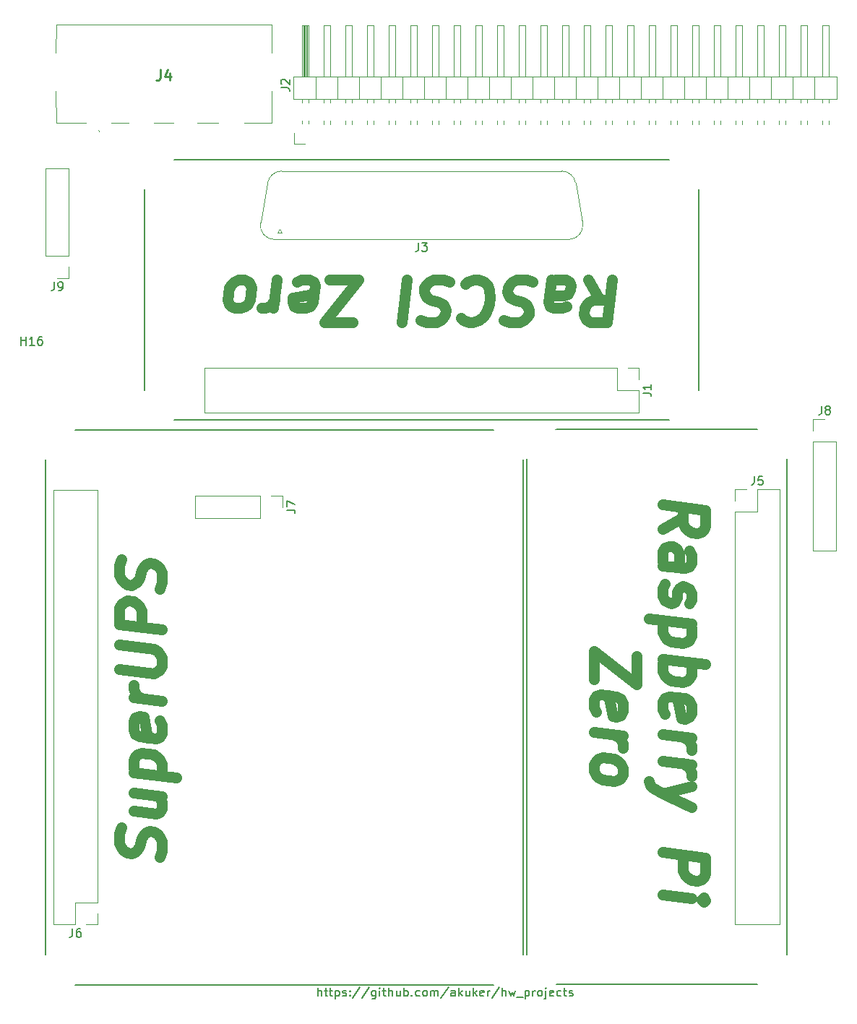
<source format=gbr>
%TF.GenerationSoftware,KiCad,Pcbnew,(6.0.5)*%
%TF.CreationDate,2022-06-02T22:48:02-05:00*%
%TF.ProjectId,rascsi_3p5_holder,72617363-7369-45f3-9370-355f686f6c64,rev?*%
%TF.SameCoordinates,Original*%
%TF.FileFunction,Legend,Top*%
%TF.FilePolarity,Positive*%
%FSLAX46Y46*%
G04 Gerber Fmt 4.6, Leading zero omitted, Abs format (unit mm)*
G04 Created by KiCad (PCBNEW (6.0.5)) date 2022-06-02 22:48:02*
%MOMM*%
%LPD*%
G01*
G04 APERTURE LIST*
%ADD10C,0.150000*%
%ADD11C,1.250000*%
%ADD12C,0.254000*%
%ADD13C,0.120000*%
%ADD14C,0.100000*%
G04 APERTURE END LIST*
D10*
X222135000Y-73865000D02*
X222135000Y-131865000D01*
X239200000Y-69220000D02*
X181200000Y-69220000D01*
X225870000Y-70300000D02*
X225870000Y-70300000D01*
X177700000Y-65720000D02*
X177700000Y-42220000D01*
X222520000Y-73800000D02*
X222520000Y-131800000D01*
X166135000Y-131865000D02*
X166135000Y-73865000D01*
X169635000Y-70365000D02*
X218635000Y-70365000D01*
X253020000Y-73800000D02*
X253020000Y-131800000D01*
X242700000Y-42220000D02*
X242700000Y-65720000D01*
X249520000Y-70300000D02*
X226020000Y-70300000D01*
X226020000Y-135300000D02*
X249520000Y-135300000D01*
X181200000Y-38720000D02*
X239200000Y-38720000D01*
X218635000Y-135365000D02*
X169635000Y-135365000D01*
D11*
X179523809Y-120386458D02*
X179761904Y-119701934D01*
X179761904Y-118511458D01*
X179523809Y-118005505D01*
X179285714Y-117737648D01*
X178809523Y-117440029D01*
X178333333Y-117380505D01*
X177857142Y-117559077D01*
X177619047Y-117767410D01*
X177380952Y-118213839D01*
X177142857Y-119136458D01*
X176904761Y-119582886D01*
X176666666Y-119791220D01*
X176190476Y-119969791D01*
X175714285Y-119910267D01*
X175238095Y-119612648D01*
X175000000Y-119344791D01*
X174761904Y-118838839D01*
X174761904Y-117648363D01*
X175000000Y-116963839D01*
X176428571Y-112856696D02*
X179761904Y-113273363D01*
X176428571Y-114999553D02*
X179047619Y-115326934D01*
X179523809Y-115148363D01*
X179761904Y-114701934D01*
X179761904Y-113987648D01*
X179523809Y-113481696D01*
X179285714Y-113213839D01*
X176428571Y-110475744D02*
X181428571Y-111100744D01*
X176666666Y-110505505D02*
X176428571Y-109999553D01*
X176428571Y-109047172D01*
X176666666Y-108600744D01*
X176904761Y-108392410D01*
X177380952Y-108213839D01*
X178809523Y-108392410D01*
X179285714Y-108690029D01*
X179523809Y-108957886D01*
X179761904Y-109463839D01*
X179761904Y-110416220D01*
X179523809Y-110862648D01*
X179523809Y-104434077D02*
X179761904Y-104940029D01*
X179761904Y-105892410D01*
X179523809Y-106338839D01*
X179047619Y-106517410D01*
X177142857Y-106279315D01*
X176666666Y-105981696D01*
X176428571Y-105475744D01*
X176428571Y-104523363D01*
X176666666Y-104076934D01*
X177142857Y-103898363D01*
X177619047Y-103957886D01*
X178095238Y-106398363D01*
X179761904Y-102082886D02*
X176428571Y-101666220D01*
X177380952Y-101785267D02*
X176904761Y-101487648D01*
X176666666Y-101219791D01*
X176428571Y-100713839D01*
X176428571Y-100237648D01*
X174761904Y-98362648D02*
X178809523Y-98868601D01*
X179285714Y-98690029D01*
X179523809Y-98481696D01*
X179761904Y-98035267D01*
X179761904Y-97082886D01*
X179523809Y-96576934D01*
X179285714Y-96309077D01*
X178809523Y-96011458D01*
X174761904Y-95505505D01*
X179761904Y-93749553D02*
X174761904Y-93124553D01*
X174761904Y-91219791D01*
X175000000Y-90773363D01*
X175238095Y-90565029D01*
X175714285Y-90386458D01*
X176428571Y-90475744D01*
X176904761Y-90773363D01*
X177142857Y-91041220D01*
X177380952Y-91547172D01*
X177380952Y-93451934D01*
X179523809Y-88957886D02*
X179761904Y-88273363D01*
X179761904Y-87082886D01*
X179523809Y-86576934D01*
X179285714Y-86309077D01*
X178809523Y-86011458D01*
X178333333Y-85951934D01*
X177857142Y-86130505D01*
X177619047Y-86338839D01*
X177380952Y-86785267D01*
X177142857Y-87707886D01*
X176904761Y-88154315D01*
X176666666Y-88362648D01*
X176190476Y-88541220D01*
X175714285Y-88481696D01*
X175238095Y-88184077D01*
X175000000Y-87916220D01*
X174761904Y-87410267D01*
X174761904Y-86219791D01*
X175000000Y-85535267D01*
X238463095Y-81971875D02*
X240844047Y-80602827D01*
X238463095Y-79114732D02*
X243463095Y-79739732D01*
X243463095Y-81644494D01*
X243225000Y-82090922D01*
X242986904Y-82299255D01*
X242510714Y-82477827D01*
X241796428Y-82388541D01*
X241320238Y-82090922D01*
X241082142Y-81823065D01*
X240844047Y-81317113D01*
X240844047Y-79412351D01*
X238463095Y-86257589D02*
X241082142Y-86584970D01*
X241558333Y-86406398D01*
X241796428Y-85959970D01*
X241796428Y-85007589D01*
X241558333Y-84501636D01*
X238701190Y-86287351D02*
X238463095Y-85781398D01*
X238463095Y-84590922D01*
X238701190Y-84144494D01*
X239177380Y-83965922D01*
X239653571Y-84025446D01*
X240129761Y-84323065D01*
X240367857Y-84829017D01*
X240367857Y-86019494D01*
X240605952Y-86525446D01*
X238701190Y-88430208D02*
X238463095Y-88876636D01*
X238463095Y-89829017D01*
X238701190Y-90334970D01*
X239177380Y-90632589D01*
X239415476Y-90662351D01*
X239891666Y-90483779D01*
X240129761Y-90037351D01*
X240129761Y-89323065D01*
X240367857Y-88876636D01*
X240844047Y-88698065D01*
X241082142Y-88727827D01*
X241558333Y-89025446D01*
X241796428Y-89531398D01*
X241796428Y-90245684D01*
X241558333Y-90692113D01*
X241796428Y-93102827D02*
X236796428Y-92477827D01*
X241558333Y-93073065D02*
X241796428Y-93579017D01*
X241796428Y-94531398D01*
X241558333Y-94977827D01*
X241320238Y-95186160D01*
X240844047Y-95364732D01*
X239415476Y-95186160D01*
X238939285Y-94888541D01*
X238701190Y-94620684D01*
X238463095Y-94114732D01*
X238463095Y-93162351D01*
X238701190Y-92715922D01*
X238463095Y-97209970D02*
X243463095Y-97834970D01*
X241558333Y-97596875D02*
X241796428Y-98102827D01*
X241796428Y-99055208D01*
X241558333Y-99501636D01*
X241320238Y-99709970D01*
X240844047Y-99888541D01*
X239415476Y-99709970D01*
X238939285Y-99412351D01*
X238701190Y-99144494D01*
X238463095Y-98638541D01*
X238463095Y-97686160D01*
X238701190Y-97239732D01*
X238701190Y-103668303D02*
X238463095Y-103162351D01*
X238463095Y-102209970D01*
X238701190Y-101763541D01*
X239177380Y-101584970D01*
X241082142Y-101823065D01*
X241558333Y-102120684D01*
X241796428Y-102626636D01*
X241796428Y-103579017D01*
X241558333Y-104025446D01*
X241082142Y-104204017D01*
X240605952Y-104144494D01*
X240129761Y-101704017D01*
X238463095Y-106019494D02*
X241796428Y-106436160D01*
X240844047Y-106317113D02*
X241320238Y-106614732D01*
X241558333Y-106882589D01*
X241796428Y-107388541D01*
X241796428Y-107864732D01*
X238463095Y-109114732D02*
X241796428Y-109531398D01*
X240844047Y-109412351D02*
X241320238Y-109709970D01*
X241558333Y-109977827D01*
X241796428Y-110483779D01*
X241796428Y-110959970D01*
X241796428Y-112150446D02*
X238463095Y-112924255D01*
X241796428Y-114531398D02*
X238463095Y-112924255D01*
X237272619Y-112299255D01*
X237034523Y-112031398D01*
X236796428Y-111525446D01*
X238463095Y-119829017D02*
X243463095Y-120454017D01*
X243463095Y-122358779D01*
X243225000Y-122805208D01*
X242986904Y-123013541D01*
X242510714Y-123192113D01*
X241796428Y-123102827D01*
X241320238Y-122805208D01*
X241082142Y-122537351D01*
X240844047Y-122031398D01*
X240844047Y-120126636D01*
X238463095Y-124829017D02*
X241796428Y-125245684D01*
X243463095Y-125454017D02*
X243225000Y-125186160D01*
X242986904Y-125394494D01*
X243225000Y-125662351D01*
X243463095Y-125454017D01*
X242986904Y-125394494D01*
X235413095Y-96882589D02*
X235413095Y-100215922D01*
X230413095Y-96257589D01*
X230413095Y-99590922D01*
X230651190Y-103430208D02*
X230413095Y-102924255D01*
X230413095Y-101971875D01*
X230651190Y-101525446D01*
X231127380Y-101346875D01*
X233032142Y-101584970D01*
X233508333Y-101882589D01*
X233746428Y-102388541D01*
X233746428Y-103340922D01*
X233508333Y-103787351D01*
X233032142Y-103965922D01*
X232555952Y-103906398D01*
X232079761Y-101465922D01*
X230413095Y-105781398D02*
X233746428Y-106198065D01*
X232794047Y-106079017D02*
X233270238Y-106376636D01*
X233508333Y-106644494D01*
X233746428Y-107150446D01*
X233746428Y-107626636D01*
X230413095Y-109590922D02*
X230651190Y-109144494D01*
X230889285Y-108936160D01*
X231365476Y-108757589D01*
X232794047Y-108936160D01*
X233270238Y-109233779D01*
X233508333Y-109501636D01*
X233746428Y-110007589D01*
X233746428Y-110721875D01*
X233508333Y-111168303D01*
X233270238Y-111376636D01*
X232794047Y-111555208D01*
X231365476Y-111376636D01*
X230889285Y-111079017D01*
X230651190Y-110811160D01*
X230413095Y-110305208D01*
X230413095Y-109590922D01*
X229678125Y-52758095D02*
X231047172Y-55139047D01*
X232535267Y-52758095D02*
X231910267Y-57758095D01*
X230005505Y-57758095D01*
X229559077Y-57520000D01*
X229350744Y-57281904D01*
X229172172Y-56805714D01*
X229261458Y-56091428D01*
X229559077Y-55615238D01*
X229826934Y-55377142D01*
X230332886Y-55139047D01*
X232237648Y-55139047D01*
X225392410Y-52758095D02*
X225065029Y-55377142D01*
X225243601Y-55853333D01*
X225690029Y-56091428D01*
X226642410Y-56091428D01*
X227148363Y-55853333D01*
X225362648Y-52996190D02*
X225868601Y-52758095D01*
X227059077Y-52758095D01*
X227505505Y-52996190D01*
X227684077Y-53472380D01*
X227624553Y-53948571D01*
X227326934Y-54424761D01*
X226820982Y-54662857D01*
X225630505Y-54662857D01*
X225124553Y-54900952D01*
X223219791Y-52996190D02*
X222535267Y-52758095D01*
X221344791Y-52758095D01*
X220838839Y-52996190D01*
X220570982Y-53234285D01*
X220273363Y-53710476D01*
X220213839Y-54186666D01*
X220392410Y-54662857D01*
X220600744Y-54900952D01*
X221047172Y-55139047D01*
X221969791Y-55377142D01*
X222416220Y-55615238D01*
X222624553Y-55853333D01*
X222803125Y-56329523D01*
X222743601Y-56805714D01*
X222445982Y-57281904D01*
X222178125Y-57520000D01*
X221672172Y-57758095D01*
X220481696Y-57758095D01*
X219797172Y-57520000D01*
X215332886Y-53234285D02*
X215600744Y-52996190D01*
X216344791Y-52758095D01*
X216820982Y-52758095D01*
X217505505Y-52996190D01*
X217922172Y-53472380D01*
X218100744Y-53948571D01*
X218219791Y-54900952D01*
X218130505Y-55615238D01*
X217773363Y-56567619D01*
X217475744Y-57043809D01*
X216940029Y-57520000D01*
X216195982Y-57758095D01*
X215719791Y-57758095D01*
X215035267Y-57520000D01*
X214826934Y-57281904D01*
X213457886Y-52996190D02*
X212773363Y-52758095D01*
X211582886Y-52758095D01*
X211076934Y-52996190D01*
X210809077Y-53234285D01*
X210511458Y-53710476D01*
X210451934Y-54186666D01*
X210630505Y-54662857D01*
X210838839Y-54900952D01*
X211285267Y-55139047D01*
X212207886Y-55377142D01*
X212654315Y-55615238D01*
X212862648Y-55853333D01*
X213041220Y-56329523D01*
X212981696Y-56805714D01*
X212684077Y-57281904D01*
X212416220Y-57520000D01*
X211910267Y-57758095D01*
X210719791Y-57758095D01*
X210035267Y-57520000D01*
X208487648Y-52758095D02*
X207862648Y-57758095D01*
X202148363Y-57758095D02*
X198815029Y-57758095D01*
X202773363Y-52758095D01*
X199440029Y-52758095D01*
X195600744Y-52996190D02*
X196106696Y-52758095D01*
X197059077Y-52758095D01*
X197505505Y-52996190D01*
X197684077Y-53472380D01*
X197445982Y-55377142D01*
X197148363Y-55853333D01*
X196642410Y-56091428D01*
X195690029Y-56091428D01*
X195243601Y-55853333D01*
X195065029Y-55377142D01*
X195124553Y-54900952D01*
X197565029Y-54424761D01*
X193249553Y-52758095D02*
X192832886Y-56091428D01*
X192951934Y-55139047D02*
X192654315Y-55615238D01*
X192386458Y-55853333D01*
X191880505Y-56091428D01*
X191404315Y-56091428D01*
X189440029Y-52758095D02*
X189886458Y-52996190D01*
X190094791Y-53234285D01*
X190273363Y-53710476D01*
X190094791Y-55139047D01*
X189797172Y-55615238D01*
X189529315Y-55853333D01*
X189023363Y-56091428D01*
X188309077Y-56091428D01*
X187862648Y-55853333D01*
X187654315Y-55615238D01*
X187475744Y-55139047D01*
X187654315Y-53710476D01*
X187951934Y-53234285D01*
X188219791Y-52996190D01*
X188725744Y-52758095D01*
X189440029Y-52758095D01*
D10*
X198045238Y-136702380D02*
X198045238Y-135702380D01*
X198473809Y-136702380D02*
X198473809Y-136178571D01*
X198426190Y-136083333D01*
X198330952Y-136035714D01*
X198188095Y-136035714D01*
X198092857Y-136083333D01*
X198045238Y-136130952D01*
X198807142Y-136035714D02*
X199188095Y-136035714D01*
X198950000Y-135702380D02*
X198950000Y-136559523D01*
X198997619Y-136654761D01*
X199092857Y-136702380D01*
X199188095Y-136702380D01*
X199378571Y-136035714D02*
X199759523Y-136035714D01*
X199521428Y-135702380D02*
X199521428Y-136559523D01*
X199569047Y-136654761D01*
X199664285Y-136702380D01*
X199759523Y-136702380D01*
X200092857Y-136035714D02*
X200092857Y-137035714D01*
X200092857Y-136083333D02*
X200188095Y-136035714D01*
X200378571Y-136035714D01*
X200473809Y-136083333D01*
X200521428Y-136130952D01*
X200569047Y-136226190D01*
X200569047Y-136511904D01*
X200521428Y-136607142D01*
X200473809Y-136654761D01*
X200378571Y-136702380D01*
X200188095Y-136702380D01*
X200092857Y-136654761D01*
X200950000Y-136654761D02*
X201045238Y-136702380D01*
X201235714Y-136702380D01*
X201330952Y-136654761D01*
X201378571Y-136559523D01*
X201378571Y-136511904D01*
X201330952Y-136416666D01*
X201235714Y-136369047D01*
X201092857Y-136369047D01*
X200997619Y-136321428D01*
X200950000Y-136226190D01*
X200950000Y-136178571D01*
X200997619Y-136083333D01*
X201092857Y-136035714D01*
X201235714Y-136035714D01*
X201330952Y-136083333D01*
X201807142Y-136607142D02*
X201854761Y-136654761D01*
X201807142Y-136702380D01*
X201759523Y-136654761D01*
X201807142Y-136607142D01*
X201807142Y-136702380D01*
X201807142Y-136083333D02*
X201854761Y-136130952D01*
X201807142Y-136178571D01*
X201759523Y-136130952D01*
X201807142Y-136083333D01*
X201807142Y-136178571D01*
X202997619Y-135654761D02*
X202140476Y-136940476D01*
X204045238Y-135654761D02*
X203188095Y-136940476D01*
X204807142Y-136035714D02*
X204807142Y-136845238D01*
X204759523Y-136940476D01*
X204711904Y-136988095D01*
X204616666Y-137035714D01*
X204473809Y-137035714D01*
X204378571Y-136988095D01*
X204807142Y-136654761D02*
X204711904Y-136702380D01*
X204521428Y-136702380D01*
X204426190Y-136654761D01*
X204378571Y-136607142D01*
X204330952Y-136511904D01*
X204330952Y-136226190D01*
X204378571Y-136130952D01*
X204426190Y-136083333D01*
X204521428Y-136035714D01*
X204711904Y-136035714D01*
X204807142Y-136083333D01*
X205283333Y-136702380D02*
X205283333Y-136035714D01*
X205283333Y-135702380D02*
X205235714Y-135750000D01*
X205283333Y-135797619D01*
X205330952Y-135750000D01*
X205283333Y-135702380D01*
X205283333Y-135797619D01*
X205616666Y-136035714D02*
X205997619Y-136035714D01*
X205759523Y-135702380D02*
X205759523Y-136559523D01*
X205807142Y-136654761D01*
X205902380Y-136702380D01*
X205997619Y-136702380D01*
X206330952Y-136702380D02*
X206330952Y-135702380D01*
X206759523Y-136702380D02*
X206759523Y-136178571D01*
X206711904Y-136083333D01*
X206616666Y-136035714D01*
X206473809Y-136035714D01*
X206378571Y-136083333D01*
X206330952Y-136130952D01*
X207664285Y-136035714D02*
X207664285Y-136702380D01*
X207235714Y-136035714D02*
X207235714Y-136559523D01*
X207283333Y-136654761D01*
X207378571Y-136702380D01*
X207521428Y-136702380D01*
X207616666Y-136654761D01*
X207664285Y-136607142D01*
X208140476Y-136702380D02*
X208140476Y-135702380D01*
X208140476Y-136083333D02*
X208235714Y-136035714D01*
X208426190Y-136035714D01*
X208521428Y-136083333D01*
X208569047Y-136130952D01*
X208616666Y-136226190D01*
X208616666Y-136511904D01*
X208569047Y-136607142D01*
X208521428Y-136654761D01*
X208426190Y-136702380D01*
X208235714Y-136702380D01*
X208140476Y-136654761D01*
X209045238Y-136607142D02*
X209092857Y-136654761D01*
X209045238Y-136702380D01*
X208997619Y-136654761D01*
X209045238Y-136607142D01*
X209045238Y-136702380D01*
X209950000Y-136654761D02*
X209854761Y-136702380D01*
X209664285Y-136702380D01*
X209569047Y-136654761D01*
X209521428Y-136607142D01*
X209473809Y-136511904D01*
X209473809Y-136226190D01*
X209521428Y-136130952D01*
X209569047Y-136083333D01*
X209664285Y-136035714D01*
X209854761Y-136035714D01*
X209950000Y-136083333D01*
X210521428Y-136702380D02*
X210426190Y-136654761D01*
X210378571Y-136607142D01*
X210330952Y-136511904D01*
X210330952Y-136226190D01*
X210378571Y-136130952D01*
X210426190Y-136083333D01*
X210521428Y-136035714D01*
X210664285Y-136035714D01*
X210759523Y-136083333D01*
X210807142Y-136130952D01*
X210854761Y-136226190D01*
X210854761Y-136511904D01*
X210807142Y-136607142D01*
X210759523Y-136654761D01*
X210664285Y-136702380D01*
X210521428Y-136702380D01*
X211283333Y-136702380D02*
X211283333Y-136035714D01*
X211283333Y-136130952D02*
X211330952Y-136083333D01*
X211426190Y-136035714D01*
X211569047Y-136035714D01*
X211664285Y-136083333D01*
X211711904Y-136178571D01*
X211711904Y-136702380D01*
X211711904Y-136178571D02*
X211759523Y-136083333D01*
X211854761Y-136035714D01*
X211997619Y-136035714D01*
X212092857Y-136083333D01*
X212140476Y-136178571D01*
X212140476Y-136702380D01*
X213330952Y-135654761D02*
X212473809Y-136940476D01*
X214092857Y-136702380D02*
X214092857Y-136178571D01*
X214045238Y-136083333D01*
X213950000Y-136035714D01*
X213759523Y-136035714D01*
X213664285Y-136083333D01*
X214092857Y-136654761D02*
X213997619Y-136702380D01*
X213759523Y-136702380D01*
X213664285Y-136654761D01*
X213616666Y-136559523D01*
X213616666Y-136464285D01*
X213664285Y-136369047D01*
X213759523Y-136321428D01*
X213997619Y-136321428D01*
X214092857Y-136273809D01*
X214569047Y-136702380D02*
X214569047Y-135702380D01*
X214664285Y-136321428D02*
X214950000Y-136702380D01*
X214950000Y-136035714D02*
X214569047Y-136416666D01*
X215807142Y-136035714D02*
X215807142Y-136702380D01*
X215378571Y-136035714D02*
X215378571Y-136559523D01*
X215426190Y-136654761D01*
X215521428Y-136702380D01*
X215664285Y-136702380D01*
X215759523Y-136654761D01*
X215807142Y-136607142D01*
X216283333Y-136702380D02*
X216283333Y-135702380D01*
X216378571Y-136321428D02*
X216664285Y-136702380D01*
X216664285Y-136035714D02*
X216283333Y-136416666D01*
X217473809Y-136654761D02*
X217378571Y-136702380D01*
X217188095Y-136702380D01*
X217092857Y-136654761D01*
X217045238Y-136559523D01*
X217045238Y-136178571D01*
X217092857Y-136083333D01*
X217188095Y-136035714D01*
X217378571Y-136035714D01*
X217473809Y-136083333D01*
X217521428Y-136178571D01*
X217521428Y-136273809D01*
X217045238Y-136369047D01*
X217950000Y-136702380D02*
X217950000Y-136035714D01*
X217950000Y-136226190D02*
X217997619Y-136130952D01*
X218045238Y-136083333D01*
X218140476Y-136035714D01*
X218235714Y-136035714D01*
X219283333Y-135654761D02*
X218426190Y-136940476D01*
X219616666Y-136702380D02*
X219616666Y-135702380D01*
X220045238Y-136702380D02*
X220045238Y-136178571D01*
X219997619Y-136083333D01*
X219902380Y-136035714D01*
X219759523Y-136035714D01*
X219664285Y-136083333D01*
X219616666Y-136130952D01*
X220426190Y-136035714D02*
X220616666Y-136702380D01*
X220807142Y-136226190D01*
X220997619Y-136702380D01*
X221188095Y-136035714D01*
X221330952Y-136797619D02*
X222092857Y-136797619D01*
X222330952Y-136035714D02*
X222330952Y-137035714D01*
X222330952Y-136083333D02*
X222426190Y-136035714D01*
X222616666Y-136035714D01*
X222711904Y-136083333D01*
X222759523Y-136130952D01*
X222807142Y-136226190D01*
X222807142Y-136511904D01*
X222759523Y-136607142D01*
X222711904Y-136654761D01*
X222616666Y-136702380D01*
X222426190Y-136702380D01*
X222330952Y-136654761D01*
X223235714Y-136702380D02*
X223235714Y-136035714D01*
X223235714Y-136226190D02*
X223283333Y-136130952D01*
X223330952Y-136083333D01*
X223426190Y-136035714D01*
X223521428Y-136035714D01*
X223997619Y-136702380D02*
X223902380Y-136654761D01*
X223854761Y-136607142D01*
X223807142Y-136511904D01*
X223807142Y-136226190D01*
X223854761Y-136130952D01*
X223902380Y-136083333D01*
X223997619Y-136035714D01*
X224140476Y-136035714D01*
X224235714Y-136083333D01*
X224283333Y-136130952D01*
X224330952Y-136226190D01*
X224330952Y-136511904D01*
X224283333Y-136607142D01*
X224235714Y-136654761D01*
X224140476Y-136702380D01*
X223997619Y-136702380D01*
X224759523Y-136035714D02*
X224759523Y-136892857D01*
X224711904Y-136988095D01*
X224616666Y-137035714D01*
X224569047Y-137035714D01*
X224759523Y-135702380D02*
X224711904Y-135750000D01*
X224759523Y-135797619D01*
X224807142Y-135750000D01*
X224759523Y-135702380D01*
X224759523Y-135797619D01*
X225616666Y-136654761D02*
X225521428Y-136702380D01*
X225330952Y-136702380D01*
X225235714Y-136654761D01*
X225188095Y-136559523D01*
X225188095Y-136178571D01*
X225235714Y-136083333D01*
X225330952Y-136035714D01*
X225521428Y-136035714D01*
X225616666Y-136083333D01*
X225664285Y-136178571D01*
X225664285Y-136273809D01*
X225188095Y-136369047D01*
X226521428Y-136654761D02*
X226426190Y-136702380D01*
X226235714Y-136702380D01*
X226140476Y-136654761D01*
X226092857Y-136607142D01*
X226045238Y-136511904D01*
X226045238Y-136226190D01*
X226092857Y-136130952D01*
X226140476Y-136083333D01*
X226235714Y-136035714D01*
X226426190Y-136035714D01*
X226521428Y-136083333D01*
X226807142Y-136035714D02*
X227188095Y-136035714D01*
X226950000Y-135702380D02*
X226950000Y-136559523D01*
X226997619Y-136654761D01*
X227092857Y-136702380D01*
X227188095Y-136702380D01*
X227473809Y-136654761D02*
X227569047Y-136702380D01*
X227759523Y-136702380D01*
X227854761Y-136654761D01*
X227902380Y-136559523D01*
X227902380Y-136511904D01*
X227854761Y-136416666D01*
X227759523Y-136369047D01*
X227616666Y-136369047D01*
X227521428Y-136321428D01*
X227473809Y-136226190D01*
X227473809Y-136178571D01*
X227521428Y-136083333D01*
X227616666Y-136035714D01*
X227759523Y-136035714D01*
X227854761Y-136083333D01*
%TO.C,J1*%
X236112380Y-66053333D02*
X236826666Y-66053333D01*
X236969523Y-66100952D01*
X237064761Y-66196190D01*
X237112380Y-66339047D01*
X237112380Y-66434285D01*
X237112380Y-65053333D02*
X237112380Y-65624761D01*
X237112380Y-65339047D02*
X236112380Y-65339047D01*
X236255238Y-65434285D01*
X236350476Y-65529523D01*
X236398095Y-65624761D01*
%TO.C,J8*%
X257066666Y-67572380D02*
X257066666Y-68286666D01*
X257019047Y-68429523D01*
X256923809Y-68524761D01*
X256780952Y-68572380D01*
X256685714Y-68572380D01*
X257685714Y-68000952D02*
X257590476Y-67953333D01*
X257542857Y-67905714D01*
X257495238Y-67810476D01*
X257495238Y-67762857D01*
X257542857Y-67667619D01*
X257590476Y-67620000D01*
X257685714Y-67572380D01*
X257876190Y-67572380D01*
X257971428Y-67620000D01*
X258019047Y-67667619D01*
X258066666Y-67762857D01*
X258066666Y-67810476D01*
X258019047Y-67905714D01*
X257971428Y-67953333D01*
X257876190Y-68000952D01*
X257685714Y-68000952D01*
X257590476Y-68048571D01*
X257542857Y-68096190D01*
X257495238Y-68191428D01*
X257495238Y-68381904D01*
X257542857Y-68477142D01*
X257590476Y-68524761D01*
X257685714Y-68572380D01*
X257876190Y-68572380D01*
X257971428Y-68524761D01*
X258019047Y-68477142D01*
X258066666Y-68381904D01*
X258066666Y-68191428D01*
X258019047Y-68096190D01*
X257971428Y-68048571D01*
X257876190Y-68000952D01*
D12*
%TO.C,J4*%
X179566666Y-28141523D02*
X179566666Y-29048666D01*
X179506190Y-29230095D01*
X179385238Y-29351047D01*
X179203809Y-29411523D01*
X179082857Y-29411523D01*
X180715714Y-28564857D02*
X180715714Y-29411523D01*
X180413333Y-28081047D02*
X180110952Y-28988190D01*
X180897142Y-28988190D01*
D10*
%TO.C,H16*%
X163261904Y-60432380D02*
X163261904Y-59432380D01*
X163261904Y-59908571D02*
X163833333Y-59908571D01*
X163833333Y-60432380D02*
X163833333Y-59432380D01*
X164833333Y-60432380D02*
X164261904Y-60432380D01*
X164547619Y-60432380D02*
X164547619Y-59432380D01*
X164452380Y-59575238D01*
X164357142Y-59670476D01*
X164261904Y-59718095D01*
X165690476Y-59432380D02*
X165500000Y-59432380D01*
X165404761Y-59480000D01*
X165357142Y-59527619D01*
X165261904Y-59670476D01*
X165214285Y-59860952D01*
X165214285Y-60241904D01*
X165261904Y-60337142D01*
X165309523Y-60384761D01*
X165404761Y-60432380D01*
X165595238Y-60432380D01*
X165690476Y-60384761D01*
X165738095Y-60337142D01*
X165785714Y-60241904D01*
X165785714Y-60003809D01*
X165738095Y-59908571D01*
X165690476Y-59860952D01*
X165595238Y-59813333D01*
X165404761Y-59813333D01*
X165309523Y-59860952D01*
X165261904Y-59908571D01*
X165214285Y-60003809D01*
%TO.C,J6*%
X169301666Y-128777380D02*
X169301666Y-129491666D01*
X169254047Y-129634523D01*
X169158809Y-129729761D01*
X169015952Y-129777380D01*
X168920714Y-129777380D01*
X170206428Y-128777380D02*
X170015952Y-128777380D01*
X169920714Y-128825000D01*
X169873095Y-128872619D01*
X169777857Y-129015476D01*
X169730238Y-129205952D01*
X169730238Y-129586904D01*
X169777857Y-129682142D01*
X169825476Y-129729761D01*
X169920714Y-129777380D01*
X170111190Y-129777380D01*
X170206428Y-129729761D01*
X170254047Y-129682142D01*
X170301666Y-129586904D01*
X170301666Y-129348809D01*
X170254047Y-129253571D01*
X170206428Y-129205952D01*
X170111190Y-129158333D01*
X169920714Y-129158333D01*
X169825476Y-129205952D01*
X169777857Y-129253571D01*
X169730238Y-129348809D01*
%TO.C,J9*%
X167166666Y-53032380D02*
X167166666Y-53746666D01*
X167119047Y-53889523D01*
X167023809Y-53984761D01*
X166880952Y-54032380D01*
X166785714Y-54032380D01*
X167690476Y-54032380D02*
X167880952Y-54032380D01*
X167976190Y-53984761D01*
X168023809Y-53937142D01*
X168119047Y-53794285D01*
X168166666Y-53603809D01*
X168166666Y-53222857D01*
X168119047Y-53127619D01*
X168071428Y-53080000D01*
X167976190Y-53032380D01*
X167785714Y-53032380D01*
X167690476Y-53080000D01*
X167642857Y-53127619D01*
X167595238Y-53222857D01*
X167595238Y-53460952D01*
X167642857Y-53556190D01*
X167690476Y-53603809D01*
X167785714Y-53651428D01*
X167976190Y-53651428D01*
X168071428Y-53603809D01*
X168119047Y-53556190D01*
X168166666Y-53460952D01*
%TO.C,J2*%
X193707380Y-30278333D02*
X194421666Y-30278333D01*
X194564523Y-30325952D01*
X194659761Y-30421190D01*
X194707380Y-30564047D01*
X194707380Y-30659285D01*
X193802619Y-29849761D02*
X193755000Y-29802142D01*
X193707380Y-29706904D01*
X193707380Y-29468809D01*
X193755000Y-29373571D01*
X193802619Y-29325952D01*
X193897857Y-29278333D01*
X193993095Y-29278333D01*
X194135952Y-29325952D01*
X194707380Y-29897380D01*
X194707380Y-29278333D01*
%TO.C,J5*%
X249186666Y-75792380D02*
X249186666Y-76506666D01*
X249139047Y-76649523D01*
X249043809Y-76744761D01*
X248900952Y-76792380D01*
X248805714Y-76792380D01*
X250139047Y-75792380D02*
X249662857Y-75792380D01*
X249615238Y-76268571D01*
X249662857Y-76220952D01*
X249758095Y-76173333D01*
X249996190Y-76173333D01*
X250091428Y-76220952D01*
X250139047Y-76268571D01*
X250186666Y-76363809D01*
X250186666Y-76601904D01*
X250139047Y-76697142D01*
X250091428Y-76744761D01*
X249996190Y-76792380D01*
X249758095Y-76792380D01*
X249662857Y-76744761D01*
X249615238Y-76697142D01*
%TO.C,J3*%
X209840346Y-48421180D02*
X209840346Y-49135466D01*
X209792727Y-49278323D01*
X209697489Y-49373561D01*
X209554632Y-49421180D01*
X209459394Y-49421180D01*
X210221299Y-48421180D02*
X210840346Y-48421180D01*
X210507013Y-48802133D01*
X210649870Y-48802133D01*
X210745108Y-48849752D01*
X210792727Y-48897371D01*
X210840346Y-48992609D01*
X210840346Y-49230704D01*
X210792727Y-49325942D01*
X210745108Y-49373561D01*
X210649870Y-49421180D01*
X210364156Y-49421180D01*
X210268918Y-49373561D01*
X210221299Y-49325942D01*
%TO.C,J7*%
X194367380Y-79738333D02*
X195081666Y-79738333D01*
X195224523Y-79785952D01*
X195319761Y-79881190D01*
X195367380Y-80024047D01*
X195367380Y-80119285D01*
X194367380Y-79357380D02*
X194367380Y-78690714D01*
X195367380Y-79119285D01*
D13*
%TO.C,J1*%
X235660000Y-63120000D02*
X235660000Y-64450000D01*
X233060000Y-63120000D02*
X233060000Y-65720000D01*
X235660000Y-65720000D02*
X235660000Y-68320000D01*
X233060000Y-63120000D02*
X184740000Y-63120000D01*
X184740000Y-63120000D02*
X184740000Y-68320000D01*
X234330000Y-63120000D02*
X235660000Y-63120000D01*
X233060000Y-65720000D02*
X235660000Y-65720000D01*
X235660000Y-68320000D02*
X184740000Y-68320000D01*
%TO.C,J8*%
X256070000Y-84480000D02*
X258730000Y-84480000D01*
X258730000Y-71720000D02*
X258730000Y-84480000D01*
X256070000Y-70450000D02*
X256070000Y-69120000D01*
X256070000Y-71720000D02*
X256070000Y-84480000D01*
X256070000Y-71720000D02*
X258730000Y-71720000D01*
X256070000Y-69120000D02*
X257400000Y-69120000D01*
D14*
%TO.C,J4*%
X172370000Y-35400000D02*
X172370000Y-35400000D01*
X186370000Y-34400000D02*
X183870000Y-34400000D01*
X167370000Y-22900000D02*
X167340000Y-26150000D01*
X172370000Y-35300000D02*
X172370000Y-35300000D01*
X189370000Y-34400000D02*
X192640000Y-34400000D01*
X192640000Y-34400000D02*
X192640000Y-30650000D01*
X175870000Y-34400000D02*
X173870000Y-34400000D01*
X181120000Y-34400000D02*
X178870000Y-34400000D01*
X170870000Y-34400000D02*
X167370000Y-34400000D01*
X167370000Y-34400000D02*
X167340000Y-30650000D01*
X192640000Y-26150000D02*
X192640000Y-22900000D01*
X192640000Y-22900000D02*
X167370000Y-22900000D01*
X172370000Y-35400000D02*
G75*
G03*
X172370000Y-35300000I0J50000D01*
G01*
X172370000Y-35300000D02*
G75*
G03*
X172370000Y-35400000I0J-50000D01*
G01*
D13*
%TO.C,J6*%
X172235000Y-128325000D02*
X170905000Y-128325000D01*
X172235000Y-125725000D02*
X169635000Y-125725000D01*
X169635000Y-125725000D02*
X169635000Y-128325000D01*
X167035000Y-128325000D02*
X167035000Y-77405000D01*
X172235000Y-126995000D02*
X172235000Y-128325000D01*
X172235000Y-125725000D02*
X172235000Y-77405000D01*
X172235000Y-77405000D02*
X167035000Y-77405000D01*
X169635000Y-128325000D02*
X167035000Y-128325000D01*
%TO.C,J9*%
X168830000Y-51250000D02*
X168830000Y-52580000D01*
X168830000Y-52580000D02*
X167500000Y-52580000D01*
X166170000Y-49980000D02*
X166170000Y-39760000D01*
X168830000Y-49980000D02*
X166170000Y-49980000D01*
X168830000Y-39760000D02*
X166170000Y-39760000D01*
X168830000Y-49980000D02*
X168830000Y-39760000D01*
%TO.C,J2*%
X245165000Y-34557071D02*
X245165000Y-34102929D01*
X221545000Y-22960000D02*
X222305000Y-22960000D01*
X255325000Y-32017071D02*
X255325000Y-31620000D01*
X222305000Y-32017071D02*
X222305000Y-31620000D01*
X255325000Y-34557071D02*
X255325000Y-34102929D01*
X258815000Y-31620000D02*
X258815000Y-28960000D01*
X224085000Y-32017071D02*
X224085000Y-31620000D01*
X224085000Y-34557071D02*
X224085000Y-34102929D01*
X218115000Y-31620000D02*
X218115000Y-28960000D01*
X196565000Y-28960000D02*
X196565000Y-22960000D01*
X252025000Y-32017071D02*
X252025000Y-31620000D01*
X219765000Y-22960000D02*
X219765000Y-28960000D01*
X221545000Y-32017071D02*
X221545000Y-31620000D01*
X198685000Y-22960000D02*
X199445000Y-22960000D01*
X226625000Y-32017071D02*
X226625000Y-31620000D01*
X257105000Y-32017071D02*
X257105000Y-31620000D01*
X231705000Y-32017071D02*
X231705000Y-31620000D01*
X229165000Y-22960000D02*
X229925000Y-22960000D01*
X219005000Y-32017071D02*
X219005000Y-31620000D01*
X208845000Y-32017071D02*
X208845000Y-31620000D01*
X219765000Y-32017071D02*
X219765000Y-31620000D01*
X197795000Y-31620000D02*
X197795000Y-28960000D01*
X203765000Y-28960000D02*
X203765000Y-22960000D01*
X212145000Y-22960000D02*
X212145000Y-28960000D01*
X205415000Y-31620000D02*
X205415000Y-28960000D01*
X237545000Y-22960000D02*
X237545000Y-28960000D01*
X200335000Y-31620000D02*
X200335000Y-28960000D01*
X212145000Y-32017071D02*
X212145000Y-31620000D01*
X222305000Y-34557071D02*
X222305000Y-34102929D01*
X214685000Y-22960000D02*
X214685000Y-28960000D01*
X252785000Y-32017071D02*
X252785000Y-31620000D01*
X222305000Y-22960000D02*
X222305000Y-28960000D01*
X257105000Y-34557071D02*
X257105000Y-34102929D01*
X207065000Y-22960000D02*
X207065000Y-28960000D01*
X245165000Y-32017071D02*
X245165000Y-31620000D01*
X231705000Y-22960000D02*
X232465000Y-22960000D01*
X202875000Y-31620000D02*
X202875000Y-28960000D01*
X227385000Y-32017071D02*
X227385000Y-31620000D01*
X199445000Y-34557071D02*
X199445000Y-34102929D01*
X209605000Y-22960000D02*
X209605000Y-28960000D01*
X230815000Y-31620000D02*
X230815000Y-28960000D01*
X209605000Y-32017071D02*
X209605000Y-31620000D01*
X208845000Y-28960000D02*
X208845000Y-22960000D01*
X235005000Y-22960000D02*
X235005000Y-28960000D01*
X245165000Y-22960000D02*
X245165000Y-28960000D01*
X241865000Y-34557071D02*
X241865000Y-34102929D01*
X229925000Y-22960000D02*
X229925000Y-28960000D01*
X235895000Y-31620000D02*
X235895000Y-28960000D01*
X249485000Y-34557071D02*
X249485000Y-34102929D01*
X204525000Y-22960000D02*
X204525000Y-28960000D01*
X250245000Y-32017071D02*
X250245000Y-31620000D01*
X254565000Y-32017071D02*
X254565000Y-31620000D01*
X239325000Y-32017071D02*
X239325000Y-31620000D01*
X206305000Y-34557071D02*
X206305000Y-34102929D01*
X257105000Y-28960000D02*
X257105000Y-22960000D01*
X219005000Y-34557071D02*
X219005000Y-34102929D01*
X195195000Y-31620000D02*
X258815000Y-31620000D01*
X196685000Y-28960000D02*
X196685000Y-22960000D01*
X254565000Y-34557071D02*
X254565000Y-34102929D01*
X213925000Y-28960000D02*
X213925000Y-22960000D01*
X232465000Y-22960000D02*
X232465000Y-28960000D01*
X249485000Y-22960000D02*
X250245000Y-22960000D01*
X219005000Y-28960000D02*
X219005000Y-22960000D01*
X247705000Y-34557071D02*
X247705000Y-34102929D01*
X237545000Y-32017071D02*
X237545000Y-31620000D01*
X228275000Y-31620000D02*
X228275000Y-28960000D01*
X258815000Y-28960000D02*
X195195000Y-28960000D01*
X232465000Y-32017071D02*
X232465000Y-31620000D01*
X249485000Y-32017071D02*
X249485000Y-31620000D01*
X201985000Y-34557071D02*
X201985000Y-34102929D01*
X232465000Y-34557071D02*
X232465000Y-34102929D01*
X252025000Y-28960000D02*
X252025000Y-22960000D01*
X239325000Y-22960000D02*
X240085000Y-22960000D01*
X195255000Y-36870000D02*
X195255000Y-35600000D01*
X195195000Y-28960000D02*
X195195000Y-31620000D01*
X229925000Y-32017071D02*
X229925000Y-31620000D01*
X246945000Y-22960000D02*
X247705000Y-22960000D01*
X236785000Y-34557071D02*
X236785000Y-34102929D01*
X255325000Y-22960000D02*
X255325000Y-28960000D01*
X241865000Y-32017071D02*
X241865000Y-31620000D01*
X229165000Y-28960000D02*
X229165000Y-22960000D01*
X244405000Y-22960000D02*
X245165000Y-22960000D01*
X252785000Y-34557071D02*
X252785000Y-34102929D01*
X216465000Y-28960000D02*
X216465000Y-22960000D01*
X257865000Y-22960000D02*
X257865000Y-28960000D01*
X231705000Y-34557071D02*
X231705000Y-34102929D01*
X224845000Y-32017071D02*
X224845000Y-31620000D01*
X210495000Y-31620000D02*
X210495000Y-28960000D01*
X243515000Y-31620000D02*
X243515000Y-28960000D01*
X199445000Y-22960000D02*
X199445000Y-28960000D01*
X239325000Y-34557071D02*
X239325000Y-34102929D01*
X196145000Y-32017071D02*
X196145000Y-31620000D01*
X196325000Y-28960000D02*
X196325000Y-22960000D01*
X196905000Y-22960000D02*
X196905000Y-28960000D01*
X240085000Y-22960000D02*
X240085000Y-28960000D01*
X217225000Y-34557071D02*
X217225000Y-34102929D01*
X219005000Y-22960000D02*
X219765000Y-22960000D01*
X238435000Y-31620000D02*
X238435000Y-28960000D01*
X214685000Y-32017071D02*
X214685000Y-31620000D01*
X213925000Y-34557071D02*
X213925000Y-34102929D01*
X198685000Y-34557071D02*
X198685000Y-34102929D01*
X244405000Y-28960000D02*
X244405000Y-22960000D01*
X201225000Y-22960000D02*
X201985000Y-22960000D01*
X241865000Y-22960000D02*
X242625000Y-22960000D01*
X227385000Y-22960000D02*
X227385000Y-28960000D01*
X252025000Y-22960000D02*
X252785000Y-22960000D01*
X240085000Y-34557071D02*
X240085000Y-34102929D01*
X208845000Y-34557071D02*
X208845000Y-34102929D01*
X236785000Y-22960000D02*
X237545000Y-22960000D01*
X250245000Y-34557071D02*
X250245000Y-34102929D01*
X216465000Y-34557071D02*
X216465000Y-34102929D01*
X196145000Y-22960000D02*
X196905000Y-22960000D01*
X203765000Y-34557071D02*
X203765000Y-34102929D01*
X198685000Y-32017071D02*
X198685000Y-31620000D01*
X244405000Y-34557071D02*
X244405000Y-34102929D01*
X215575000Y-31620000D02*
X215575000Y-28960000D01*
X201225000Y-28960000D02*
X201225000Y-22960000D01*
X226625000Y-34557071D02*
X226625000Y-34102929D01*
X248595000Y-31620000D02*
X248595000Y-28960000D01*
X207065000Y-34557071D02*
X207065000Y-34102929D01*
X211385000Y-28960000D02*
X211385000Y-22960000D01*
X196205000Y-28960000D02*
X196205000Y-22960000D01*
X239325000Y-28960000D02*
X239325000Y-22960000D01*
X252785000Y-22960000D02*
X252785000Y-28960000D01*
X257865000Y-32017071D02*
X257865000Y-31620000D01*
X199445000Y-32017071D02*
X199445000Y-31620000D01*
X242625000Y-32017071D02*
X242625000Y-31620000D01*
X234245000Y-28960000D02*
X234245000Y-22960000D01*
X229925000Y-34557071D02*
X229925000Y-34102929D01*
X201985000Y-32017071D02*
X201985000Y-31620000D01*
X217225000Y-32017071D02*
X217225000Y-31620000D01*
X196905000Y-34490000D02*
X196905000Y-34102929D01*
X196905000Y-32017071D02*
X196905000Y-31620000D01*
X211385000Y-22960000D02*
X212145000Y-22960000D01*
X224845000Y-34557071D02*
X224845000Y-34102929D01*
X198685000Y-28960000D02*
X198685000Y-22960000D01*
X201225000Y-34557071D02*
X201225000Y-34102929D01*
X236785000Y-28960000D02*
X236785000Y-22960000D01*
X196445000Y-28960000D02*
X196445000Y-22960000D01*
X221545000Y-28960000D02*
X221545000Y-22960000D01*
X201985000Y-22960000D02*
X201985000Y-28960000D01*
X224845000Y-22960000D02*
X224845000Y-28960000D01*
X207955000Y-31620000D02*
X207955000Y-28960000D01*
X235005000Y-34557071D02*
X235005000Y-34102929D01*
X234245000Y-22960000D02*
X235005000Y-22960000D01*
X251135000Y-31620000D02*
X251135000Y-28960000D01*
X242625000Y-22960000D02*
X242625000Y-28960000D01*
X234245000Y-32017071D02*
X234245000Y-31620000D01*
X246055000Y-31620000D02*
X246055000Y-28960000D01*
X216465000Y-22960000D02*
X217225000Y-22960000D01*
X203765000Y-22960000D02*
X204525000Y-22960000D01*
X253675000Y-31620000D02*
X253675000Y-28960000D01*
X226625000Y-22960000D02*
X227385000Y-22960000D01*
X196145000Y-28960000D02*
X196145000Y-22960000D01*
X249485000Y-28960000D02*
X249485000Y-22960000D01*
X201225000Y-32017071D02*
X201225000Y-31620000D01*
X213925000Y-22960000D02*
X214685000Y-22960000D01*
X246945000Y-32017071D02*
X246945000Y-31620000D01*
X252025000Y-34557071D02*
X252025000Y-34102929D01*
X241865000Y-28960000D02*
X241865000Y-22960000D01*
X242625000Y-34557071D02*
X242625000Y-34102929D01*
X206305000Y-28960000D02*
X206305000Y-22960000D01*
X204525000Y-32017071D02*
X204525000Y-31620000D01*
X244405000Y-32017071D02*
X244405000Y-31620000D01*
X209605000Y-34557071D02*
X209605000Y-34102929D01*
X213925000Y-32017071D02*
X213925000Y-31620000D01*
X229165000Y-32017071D02*
X229165000Y-31620000D01*
X196805000Y-28960000D02*
X196805000Y-22960000D01*
X246945000Y-28960000D02*
X246945000Y-22960000D01*
X237545000Y-34557071D02*
X237545000Y-34102929D01*
X236785000Y-32017071D02*
X236785000Y-31620000D01*
X257865000Y-34557071D02*
X257865000Y-34102929D01*
X196525000Y-36870000D02*
X195255000Y-36870000D01*
X246945000Y-34557071D02*
X246945000Y-34102929D01*
X250245000Y-22960000D02*
X250245000Y-28960000D01*
X225735000Y-31620000D02*
X225735000Y-28960000D01*
X226625000Y-28960000D02*
X226625000Y-22960000D01*
X206305000Y-22960000D02*
X207065000Y-22960000D01*
X229165000Y-34557071D02*
X229165000Y-34102929D01*
X220655000Y-31620000D02*
X220655000Y-28960000D01*
X206305000Y-32017071D02*
X206305000Y-31620000D01*
X254565000Y-22960000D02*
X255325000Y-22960000D01*
X254565000Y-28960000D02*
X254565000Y-22960000D01*
X208845000Y-22960000D02*
X209605000Y-22960000D01*
X203765000Y-32017071D02*
X203765000Y-31620000D01*
X217225000Y-22960000D02*
X217225000Y-28960000D01*
X213035000Y-31620000D02*
X213035000Y-28960000D01*
X221545000Y-34557071D02*
X221545000Y-34102929D01*
X247705000Y-22960000D02*
X247705000Y-28960000D01*
X207065000Y-32017071D02*
X207065000Y-31620000D01*
X196145000Y-34490000D02*
X196145000Y-34102929D01*
X223195000Y-31620000D02*
X223195000Y-28960000D01*
X227385000Y-34557071D02*
X227385000Y-34102929D01*
X256215000Y-31620000D02*
X256215000Y-28960000D01*
X235005000Y-32017071D02*
X235005000Y-31620000D01*
X224085000Y-28960000D02*
X224085000Y-22960000D01*
X247705000Y-32017071D02*
X247705000Y-31620000D01*
X216465000Y-32017071D02*
X216465000Y-31620000D01*
X231705000Y-28960000D02*
X231705000Y-22960000D01*
X224085000Y-22960000D02*
X224845000Y-22960000D01*
X204525000Y-34557071D02*
X204525000Y-34102929D01*
X257105000Y-22960000D02*
X257865000Y-22960000D01*
X219765000Y-34557071D02*
X219765000Y-34102929D01*
X240975000Y-31620000D02*
X240975000Y-28960000D01*
X212145000Y-34557071D02*
X212145000Y-34102929D01*
X240085000Y-32017071D02*
X240085000Y-31620000D01*
X234245000Y-34557071D02*
X234245000Y-34102929D01*
X214685000Y-34557071D02*
X214685000Y-34102929D01*
X211385000Y-34557071D02*
X211385000Y-34102929D01*
X233355000Y-31620000D02*
X233355000Y-28960000D01*
X211385000Y-32017071D02*
X211385000Y-31620000D01*
%TO.C,J5*%
X252120000Y-77340000D02*
X252120000Y-128260000D01*
X246920000Y-79940000D02*
X249520000Y-79940000D01*
X246920000Y-78670000D02*
X246920000Y-77340000D01*
X246920000Y-128260000D02*
X252120000Y-128260000D01*
X249520000Y-79940000D02*
X249520000Y-77340000D01*
X246920000Y-79940000D02*
X246920000Y-128260000D01*
X246920000Y-77340000D02*
X248250000Y-77340000D01*
X249520000Y-77340000D02*
X252120000Y-77340000D01*
%TO.C,J3*%
X227425369Y-48058800D02*
X192961991Y-48058800D01*
X191327210Y-46110544D02*
X192155947Y-41410544D01*
X193323680Y-47268800D02*
X193573680Y-46835787D01*
X193823680Y-47268800D02*
X193323680Y-47268800D01*
X226596632Y-40038800D02*
X193790728Y-40038800D01*
X229060150Y-46110544D02*
X228231413Y-41410544D01*
X193573680Y-46835787D02*
X193823680Y-47268800D01*
X227425369Y-48058800D02*
G75*
G03*
X229060150Y-46110544I1J1659999D01*
G01*
X193790728Y-40038800D02*
G75*
G03*
X192155947Y-41410544I-1J-1659999D01*
G01*
X191327209Y-46110544D02*
G75*
G03*
X192961991Y-48058800I1634781J-288256D01*
G01*
X228231413Y-41410544D02*
G75*
G03*
X226596632Y-40038800I-1634780J-288255D01*
G01*
%TO.C,J7*%
X191315000Y-80735000D02*
X183635000Y-80735000D01*
X191315000Y-78075000D02*
X191315000Y-80735000D01*
X193915000Y-78075000D02*
X193915000Y-79405000D01*
X183635000Y-78075000D02*
X183635000Y-80735000D01*
X191315000Y-78075000D02*
X183635000Y-78075000D01*
X192585000Y-78075000D02*
X193915000Y-78075000D01*
%TD*%
M02*

</source>
